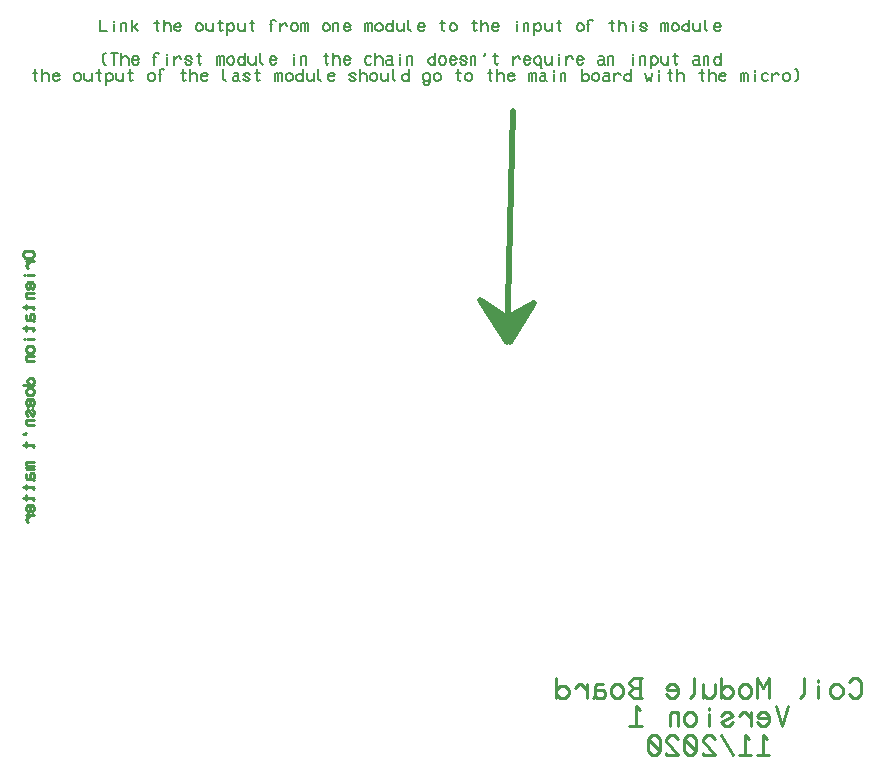
<source format=gbo>
G04 Generated by Ultiboard 12.0 *
%FSLAX25Y25*%
%MOIN*%

%ADD10C,0.00001*%
%ADD11C,0.01057*%
%ADD12C,0.01000*%
%ADD13C,0.00612*%
%ADD14C,0.02000*%


G04 ColorRGB FF14FF for the following layer *
%LNSilkscreen Bottom*%
%LPD*%
G54D10*
G54D11*
X332750Y34885D02*
X334102Y33526D01*
X335455Y33526D01*
X336808Y34885D01*
X336808Y38962D01*
X335455Y40321D01*
X334102Y40321D01*
X332750Y38962D01*
X330721Y34885D02*
X329368Y33526D01*
X328015Y33526D01*
X326662Y34885D01*
X326662Y36924D01*
X328015Y38282D01*
X329368Y38282D01*
X330721Y36924D01*
X330721Y34885D01*
X322604Y33526D02*
X322604Y37603D01*
X322604Y38962D02*
X322604Y39641D01*
X317870Y40321D02*
X317870Y34885D01*
X316517Y33526D01*
X306371Y33526D02*
X306371Y40321D01*
X304342Y36924D01*
X302313Y40321D01*
X302313Y33526D01*
X300284Y34885D02*
X298931Y33526D01*
X297579Y33526D01*
X296226Y34885D01*
X296226Y36924D01*
X297579Y38282D01*
X298931Y38282D01*
X300284Y36924D01*
X300284Y34885D01*
X290139Y34885D02*
X291491Y33526D01*
X292844Y33526D01*
X294197Y34885D01*
X294197Y36244D01*
X292844Y37603D01*
X291491Y37603D01*
X290139Y36244D01*
X290139Y40321D02*
X290139Y33526D01*
X288109Y38282D02*
X288109Y34885D01*
X286757Y33526D01*
X285404Y33526D01*
X284051Y34885D01*
X284051Y38282D01*
X284051Y34885D02*
X284051Y33526D01*
X281346Y40321D02*
X281346Y34885D01*
X279993Y33526D01*
X271877Y34885D02*
X273229Y33526D01*
X274582Y33526D01*
X275935Y34885D01*
X275935Y36924D01*
X274582Y38282D01*
X273229Y38282D01*
X271877Y36924D01*
X272553Y36244D01*
X275935Y36244D01*
X263760Y33526D02*
X261055Y33526D01*
X259702Y34885D01*
X259702Y35565D01*
X261055Y36924D01*
X259702Y38282D01*
X259702Y38962D01*
X261055Y40321D01*
X263084Y40321D01*
X263760Y40321D01*
X263084Y36924D02*
X261055Y36924D01*
X263084Y40321D02*
X263084Y33526D01*
X257673Y34885D02*
X256320Y33526D01*
X254967Y33526D01*
X253615Y34885D01*
X253615Y36924D01*
X254967Y38282D01*
X256320Y38282D01*
X257673Y36924D01*
X257673Y34885D01*
X250909Y38282D02*
X248880Y38282D01*
X248204Y37603D01*
X248204Y34206D01*
X248880Y33526D01*
X250909Y33526D01*
X251586Y34206D01*
X251586Y35565D01*
X250909Y36244D01*
X248204Y36244D01*
X248204Y34206D02*
X247527Y33526D01*
X245498Y36244D02*
X243469Y38282D01*
X242793Y38282D01*
X241440Y36924D01*
X245498Y33526D02*
X245498Y38282D01*
X235353Y34885D02*
X236705Y33526D01*
X238058Y33526D01*
X239411Y34885D01*
X239411Y36244D01*
X238058Y37603D01*
X236705Y37603D01*
X235353Y36244D01*
X235353Y40321D02*
X235353Y33526D01*
X312459Y30809D02*
X310430Y24015D01*
X308400Y30809D01*
X302313Y25373D02*
X303666Y24015D01*
X305019Y24015D01*
X306371Y25373D01*
X306371Y27412D01*
X305019Y28771D01*
X303666Y28771D01*
X302313Y27412D01*
X302989Y26732D01*
X306371Y26732D01*
X300284Y26732D02*
X298255Y28771D01*
X297579Y28771D01*
X296226Y27412D01*
X300284Y24015D02*
X300284Y28771D01*
X294197Y25373D02*
X292844Y24015D01*
X291491Y24015D01*
X290139Y25373D01*
X294197Y27412D01*
X292844Y28771D01*
X291491Y28771D01*
X290139Y27412D01*
X286080Y24015D02*
X286080Y28091D01*
X286080Y29450D02*
X286080Y30129D01*
X282022Y25373D02*
X280669Y24015D01*
X279317Y24015D01*
X277964Y25373D01*
X277964Y27412D01*
X279317Y28771D01*
X280669Y28771D01*
X282022Y27412D01*
X282022Y25373D01*
X275935Y24015D02*
X275935Y28091D01*
X275935Y28771D01*
X275935Y28091D02*
X275258Y28771D01*
X273906Y28771D01*
X273229Y28091D01*
X273229Y24015D01*
X263084Y29450D02*
X261731Y30809D01*
X261731Y24015D01*
X263760Y24015D02*
X259702Y24015D01*
X305695Y19938D02*
X304342Y21297D01*
X304342Y14503D01*
X306371Y14503D02*
X302313Y14503D01*
X299608Y19938D02*
X298255Y21297D01*
X298255Y14503D01*
X300284Y14503D02*
X296226Y14503D01*
X290139Y21297D02*
X294197Y14503D01*
X288109Y19938D02*
X286757Y21297D01*
X285404Y21297D01*
X284051Y19938D01*
X284051Y19259D01*
X288109Y14503D01*
X284051Y14503D01*
X284051Y15182D01*
X282022Y19938D02*
X280669Y21297D01*
X279317Y21297D01*
X277964Y19938D01*
X277964Y15862D01*
X279317Y14503D01*
X280669Y14503D01*
X282022Y15862D01*
X282022Y19938D01*
X277964Y19938D02*
X282022Y15862D01*
X275935Y19938D02*
X274582Y21297D01*
X273229Y21297D01*
X271877Y19938D01*
X271877Y19259D01*
X275935Y14503D01*
X271877Y14503D01*
X271877Y15182D01*
X269847Y19938D02*
X268495Y21297D01*
X267142Y21297D01*
X265789Y19938D01*
X265789Y15862D01*
X267142Y14503D01*
X268495Y14503D01*
X269847Y15862D01*
X269847Y19938D01*
X265789Y19938D02*
X269847Y15862D01*
G54D12*
X60543Y182608D02*
X61331Y181824D01*
X61331Y181040D01*
X60543Y180256D01*
X58181Y180256D01*
X57394Y181040D01*
X57394Y181824D01*
X58181Y182608D01*
X60543Y182608D01*
X59756Y179080D02*
X58575Y177905D01*
X58575Y177513D01*
X59362Y176729D01*
X61331Y179080D02*
X58575Y179080D01*
X61331Y174377D02*
X58969Y174377D01*
X58181Y174377D02*
X57787Y174377D01*
X60543Y169674D02*
X61331Y170458D01*
X61331Y171241D01*
X60543Y172025D01*
X59362Y172025D01*
X58575Y171241D01*
X58575Y170458D01*
X59362Y169674D01*
X59756Y170066D01*
X59756Y172025D01*
X61331Y168498D02*
X58969Y168498D01*
X58575Y168498D01*
X58969Y168498D02*
X58575Y168106D01*
X58575Y167322D01*
X58969Y166930D01*
X61331Y166930D01*
X60937Y163011D02*
X61331Y163402D01*
X60937Y163794D01*
X57394Y163794D01*
X58575Y164578D02*
X58575Y163011D01*
X58575Y161051D02*
X58575Y159875D01*
X58969Y159483D01*
X60937Y159483D01*
X61331Y159875D01*
X61331Y161051D01*
X60937Y161443D01*
X60150Y161443D01*
X59756Y161051D01*
X59756Y159483D01*
X60937Y159483D02*
X61331Y159091D01*
X60937Y155955D02*
X61331Y156347D01*
X60937Y156739D01*
X57394Y156739D01*
X58575Y157523D02*
X58575Y155955D01*
X61331Y153212D02*
X58969Y153212D01*
X58181Y153212D02*
X57787Y153212D01*
X60543Y150860D02*
X61331Y150076D01*
X61331Y149292D01*
X60543Y148508D01*
X59362Y148508D01*
X58575Y149292D01*
X58575Y150076D01*
X59362Y150860D01*
X60543Y150860D01*
X61331Y147332D02*
X58969Y147332D01*
X58575Y147332D01*
X58969Y147332D02*
X58575Y146941D01*
X58575Y146157D01*
X58969Y145765D01*
X61331Y145765D01*
X60543Y137926D02*
X61331Y138710D01*
X61331Y139493D01*
X60543Y140277D01*
X59756Y140277D01*
X58969Y139493D01*
X58969Y138710D01*
X59756Y137926D01*
X57394Y137926D02*
X61331Y137926D01*
X60543Y136750D02*
X61331Y135966D01*
X61331Y135182D01*
X60543Y134398D01*
X59362Y134398D01*
X58575Y135182D01*
X58575Y135966D01*
X59362Y136750D01*
X60543Y136750D01*
X60543Y130871D02*
X61331Y131654D01*
X61331Y132438D01*
X60543Y133222D01*
X59362Y133222D01*
X58575Y132438D01*
X58575Y131654D01*
X59362Y130871D01*
X59756Y131262D01*
X59756Y133222D01*
X60543Y129695D02*
X61331Y128911D01*
X61331Y128127D01*
X60543Y127343D01*
X59362Y129695D01*
X58575Y128911D01*
X58575Y128127D01*
X59362Y127343D01*
X61331Y126167D02*
X58969Y126167D01*
X58575Y126167D01*
X58969Y126167D02*
X58575Y125775D01*
X58575Y124991D01*
X58969Y124599D01*
X61331Y124599D01*
X58575Y121856D02*
X58181Y121464D01*
X57394Y121464D01*
X60937Y117152D02*
X61331Y117544D01*
X60937Y117936D01*
X57394Y117936D01*
X58575Y118720D02*
X58575Y117152D01*
X61331Y112057D02*
X58969Y112057D01*
X58575Y112057D01*
X58969Y112057D02*
X58575Y111665D01*
X58575Y111273D01*
X58969Y110881D01*
X58575Y110489D01*
X58575Y110097D01*
X58969Y109705D01*
X61331Y109705D01*
X58969Y110881D02*
X61331Y110881D01*
X58575Y108137D02*
X58575Y106962D01*
X58969Y106570D01*
X60937Y106570D01*
X61331Y106962D01*
X61331Y108137D01*
X60937Y108529D01*
X60150Y108529D01*
X59756Y108137D01*
X59756Y106570D01*
X60937Y106570D02*
X61331Y106178D01*
X60937Y103042D02*
X61331Y103434D01*
X60937Y103826D01*
X57394Y103826D01*
X58575Y104610D02*
X58575Y103042D01*
X60937Y99514D02*
X61331Y99906D01*
X60937Y100298D01*
X57394Y100298D01*
X58575Y101082D02*
X58575Y99514D01*
X60543Y95595D02*
X61331Y96379D01*
X61331Y97163D01*
X60543Y97947D01*
X59362Y97947D01*
X58575Y97163D01*
X58575Y96379D01*
X59362Y95595D01*
X59756Y95987D01*
X59756Y97947D01*
X59756Y94419D02*
X58575Y93243D01*
X58575Y92851D01*
X59362Y92067D01*
X61331Y94419D02*
X58575Y94419D01*
G54D13*
X83321Y259606D02*
X83321Y255669D01*
X85673Y255669D01*
X88024Y255669D02*
X88024Y258031D01*
X88024Y258819D02*
X88024Y259213D01*
X90376Y255669D02*
X90376Y258031D01*
X90376Y258425D01*
X90376Y258031D02*
X90768Y258425D01*
X91552Y258425D01*
X91944Y258031D01*
X91944Y255669D01*
X93904Y257244D02*
X94688Y257244D01*
X95864Y258425D01*
X94688Y257244D02*
X95864Y255669D01*
X93904Y255669D02*
X93904Y259606D01*
X102919Y256063D02*
X102527Y255669D01*
X102135Y256063D01*
X102135Y259606D01*
X101351Y258425D02*
X102919Y258425D01*
X104486Y257638D02*
X105270Y258425D01*
X106054Y258425D01*
X106838Y257638D01*
X106838Y255669D01*
X104486Y259606D02*
X104486Y255669D01*
X110366Y256457D02*
X109582Y255669D01*
X108798Y255669D01*
X108014Y256457D01*
X108014Y257638D01*
X108798Y258425D01*
X109582Y258425D01*
X110366Y257638D01*
X109974Y257244D01*
X108014Y257244D01*
X115069Y256457D02*
X115853Y255669D01*
X116637Y255669D01*
X117421Y256457D01*
X117421Y257638D01*
X116637Y258425D01*
X115853Y258425D01*
X115069Y257638D01*
X115069Y256457D01*
X118597Y258425D02*
X118597Y256457D01*
X119381Y255669D01*
X120164Y255669D01*
X120948Y256457D01*
X120948Y258425D01*
X120948Y256457D02*
X120948Y255669D01*
X124084Y256063D02*
X123692Y255669D01*
X123300Y256063D01*
X123300Y259606D01*
X122516Y258425D02*
X124084Y258425D01*
X125652Y256457D02*
X126436Y255669D01*
X127220Y255669D01*
X128003Y256457D01*
X128003Y257638D01*
X127220Y258425D01*
X126436Y258425D01*
X125652Y257638D01*
X125652Y254488D02*
X125652Y258425D01*
X129179Y258425D02*
X129179Y256457D01*
X129963Y255669D01*
X130747Y255669D01*
X131531Y256457D01*
X131531Y258425D01*
X131531Y256457D02*
X131531Y255669D01*
X134667Y256063D02*
X134275Y255669D01*
X133883Y256063D01*
X133883Y259606D01*
X133099Y258425D02*
X134667Y258425D01*
X140154Y255669D02*
X140154Y259213D01*
X140546Y259606D01*
X141330Y259606D01*
X141722Y259213D01*
X139762Y258031D02*
X140546Y258031D01*
X143290Y257244D02*
X144465Y258425D01*
X144857Y258425D01*
X145641Y257638D01*
X143290Y255669D02*
X143290Y258425D01*
X146817Y256457D02*
X147601Y255669D01*
X148385Y255669D01*
X149169Y256457D01*
X149169Y257638D01*
X148385Y258425D01*
X147601Y258425D01*
X146817Y257638D01*
X146817Y256457D01*
X150345Y255669D02*
X150345Y258031D01*
X150345Y258425D01*
X150345Y258031D02*
X150737Y258425D01*
X151129Y258425D01*
X151521Y258031D01*
X151913Y258425D01*
X152304Y258425D01*
X152696Y258031D01*
X152696Y255669D01*
X151521Y258031D02*
X151521Y255669D01*
X157400Y256457D02*
X158184Y255669D01*
X158968Y255669D01*
X159752Y256457D01*
X159752Y257638D01*
X158968Y258425D01*
X158184Y258425D01*
X157400Y257638D01*
X157400Y256457D01*
X160927Y255669D02*
X160927Y258031D01*
X160927Y258425D01*
X160927Y258031D02*
X161319Y258425D01*
X162103Y258425D01*
X162495Y258031D01*
X162495Y255669D01*
X166807Y256457D02*
X166023Y255669D01*
X165239Y255669D01*
X164455Y256457D01*
X164455Y257638D01*
X165239Y258425D01*
X166023Y258425D01*
X166807Y257638D01*
X166415Y257244D01*
X164455Y257244D01*
X171510Y255669D02*
X171510Y258031D01*
X171510Y258425D01*
X171510Y258031D02*
X171902Y258425D01*
X172294Y258425D01*
X172686Y258031D01*
X173078Y258425D01*
X173470Y258425D01*
X173862Y258031D01*
X173862Y255669D01*
X172686Y258031D02*
X172686Y255669D01*
X175038Y256457D02*
X175822Y255669D01*
X176605Y255669D01*
X177389Y256457D01*
X177389Y257638D01*
X176605Y258425D01*
X175822Y258425D01*
X175038Y257638D01*
X175038Y256457D01*
X180917Y256457D02*
X180133Y255669D01*
X179349Y255669D01*
X178565Y256457D01*
X178565Y257244D01*
X179349Y258031D01*
X180133Y258031D01*
X180917Y257244D01*
X180917Y259606D02*
X180917Y255669D01*
X182093Y258425D02*
X182093Y256457D01*
X182877Y255669D01*
X183661Y255669D01*
X184444Y256457D01*
X184444Y258425D01*
X184444Y256457D02*
X184444Y255669D01*
X186012Y259606D02*
X186012Y256457D01*
X186796Y255669D01*
X191500Y256457D02*
X190716Y255669D01*
X189932Y255669D01*
X189148Y256457D01*
X189148Y257638D01*
X189932Y258425D01*
X190716Y258425D01*
X191500Y257638D01*
X191108Y257244D01*
X189148Y257244D01*
X198163Y256063D02*
X197771Y255669D01*
X197379Y256063D01*
X197379Y259606D01*
X196595Y258425D02*
X198163Y258425D01*
X199731Y256457D02*
X200514Y255669D01*
X201298Y255669D01*
X202082Y256457D01*
X202082Y257638D01*
X201298Y258425D01*
X200514Y258425D01*
X199731Y257638D01*
X199731Y256457D01*
X208745Y256063D02*
X208353Y255669D01*
X207962Y256063D01*
X207962Y259606D01*
X207178Y258425D02*
X208745Y258425D01*
X210313Y257638D02*
X211097Y258425D01*
X211881Y258425D01*
X212665Y257638D01*
X212665Y255669D01*
X210313Y259606D02*
X210313Y255669D01*
X216192Y256457D02*
X215409Y255669D01*
X214625Y255669D01*
X213841Y256457D01*
X213841Y257638D01*
X214625Y258425D01*
X215409Y258425D01*
X216192Y257638D01*
X215801Y257244D01*
X213841Y257244D01*
X222072Y255669D02*
X222072Y258031D01*
X222072Y258819D02*
X222072Y259213D01*
X224423Y255669D02*
X224423Y258031D01*
X224423Y258425D01*
X224423Y258031D02*
X224815Y258425D01*
X225599Y258425D01*
X225991Y258031D01*
X225991Y255669D01*
X227951Y256457D02*
X228735Y255669D01*
X229519Y255669D01*
X230303Y256457D01*
X230303Y257638D01*
X229519Y258425D01*
X228735Y258425D01*
X227951Y257638D01*
X227951Y254488D02*
X227951Y258425D01*
X231479Y258425D02*
X231479Y256457D01*
X232262Y255669D01*
X233046Y255669D01*
X233830Y256457D01*
X233830Y258425D01*
X233830Y256457D02*
X233830Y255669D01*
X236966Y256063D02*
X236574Y255669D01*
X236182Y256063D01*
X236182Y259606D01*
X235398Y258425D02*
X236966Y258425D01*
X242061Y256457D02*
X242845Y255669D01*
X243629Y255669D01*
X244413Y256457D01*
X244413Y257638D01*
X243629Y258425D01*
X242845Y258425D01*
X242061Y257638D01*
X242061Y256457D01*
X245981Y255669D02*
X245981Y259213D01*
X246373Y259606D01*
X247157Y259606D01*
X247549Y259213D01*
X245589Y258031D02*
X246373Y258031D01*
X254604Y256063D02*
X254212Y255669D01*
X253820Y256063D01*
X253820Y259606D01*
X253036Y258425D02*
X254604Y258425D01*
X256171Y257638D02*
X256955Y258425D01*
X257739Y258425D01*
X258523Y257638D01*
X258523Y255669D01*
X256171Y259606D02*
X256171Y255669D01*
X260875Y255669D02*
X260875Y258031D01*
X260875Y258819D02*
X260875Y259213D01*
X263227Y256457D02*
X264010Y255669D01*
X264794Y255669D01*
X265578Y256457D01*
X263227Y257638D01*
X264010Y258425D01*
X264794Y258425D01*
X265578Y257638D01*
X270282Y255669D02*
X270282Y258031D01*
X270282Y258425D01*
X270282Y258031D02*
X270674Y258425D01*
X271066Y258425D01*
X271458Y258031D01*
X271850Y258425D01*
X272241Y258425D01*
X272633Y258031D01*
X272633Y255669D01*
X271458Y258031D02*
X271458Y255669D01*
X273809Y256457D02*
X274593Y255669D01*
X275377Y255669D01*
X276161Y256457D01*
X276161Y257638D01*
X275377Y258425D01*
X274593Y258425D01*
X273809Y257638D01*
X273809Y256457D01*
X279689Y256457D02*
X278905Y255669D01*
X278121Y255669D01*
X277337Y256457D01*
X277337Y257244D01*
X278121Y258031D01*
X278905Y258031D01*
X279689Y257244D01*
X279689Y259606D02*
X279689Y255669D01*
X280864Y258425D02*
X280864Y256457D01*
X281648Y255669D01*
X282432Y255669D01*
X283216Y256457D01*
X283216Y258425D01*
X283216Y256457D02*
X283216Y255669D01*
X284784Y259606D02*
X284784Y256457D01*
X285568Y255669D01*
X290271Y256457D02*
X289487Y255669D01*
X288703Y255669D01*
X287920Y256457D01*
X287920Y257638D01*
X288703Y258425D01*
X289487Y258425D01*
X290271Y257638D01*
X289879Y257244D01*
X287920Y257244D01*
X85281Y244646D02*
X84889Y244646D01*
X84105Y245433D01*
X84105Y247795D01*
X84889Y248583D01*
X85281Y248583D01*
X88024Y244646D02*
X88024Y248583D01*
X86849Y248583D02*
X89200Y248583D01*
X90376Y246614D02*
X91160Y247402D01*
X91944Y247402D01*
X92728Y246614D01*
X92728Y244646D01*
X90376Y248583D02*
X90376Y244646D01*
X96255Y245433D02*
X95472Y244646D01*
X94688Y244646D01*
X93904Y245433D01*
X93904Y246614D01*
X94688Y247402D01*
X95472Y247402D01*
X96255Y246614D01*
X95864Y246220D01*
X93904Y246220D01*
X101351Y244646D02*
X101351Y248189D01*
X101743Y248583D01*
X102527Y248583D01*
X102919Y248189D01*
X100959Y247008D02*
X101743Y247008D01*
X105662Y244646D02*
X105662Y247008D01*
X105662Y247795D02*
X105662Y248189D01*
X108014Y246220D02*
X109190Y247402D01*
X109582Y247402D01*
X110366Y246614D01*
X108014Y244646D02*
X108014Y247402D01*
X111542Y245433D02*
X112325Y244646D01*
X113109Y244646D01*
X113893Y245433D01*
X111542Y246614D01*
X112325Y247402D01*
X113109Y247402D01*
X113893Y246614D01*
X117029Y245039D02*
X116637Y244646D01*
X116245Y245039D01*
X116245Y248583D01*
X115461Y247402D02*
X117029Y247402D01*
X122124Y244646D02*
X122124Y247008D01*
X122124Y247402D01*
X122124Y247008D02*
X122516Y247402D01*
X122908Y247402D01*
X123300Y247008D01*
X123692Y247402D01*
X124084Y247402D01*
X124476Y247008D01*
X124476Y244646D01*
X123300Y247008D02*
X123300Y244646D01*
X125652Y245433D02*
X126436Y244646D01*
X127220Y244646D01*
X128003Y245433D01*
X128003Y246614D01*
X127220Y247402D01*
X126436Y247402D01*
X125652Y246614D01*
X125652Y245433D01*
X131531Y245433D02*
X130747Y244646D01*
X129963Y244646D01*
X129179Y245433D01*
X129179Y246220D01*
X129963Y247008D01*
X130747Y247008D01*
X131531Y246220D01*
X131531Y248583D02*
X131531Y244646D01*
X132707Y247402D02*
X132707Y245433D01*
X133491Y244646D01*
X134275Y244646D01*
X135059Y245433D01*
X135059Y247402D01*
X135059Y245433D02*
X135059Y244646D01*
X136626Y248583D02*
X136626Y245433D01*
X137410Y244646D01*
X142114Y245433D02*
X141330Y244646D01*
X140546Y244646D01*
X139762Y245433D01*
X139762Y246614D01*
X140546Y247402D01*
X141330Y247402D01*
X142114Y246614D01*
X141722Y246220D01*
X139762Y246220D01*
X147993Y244646D02*
X147993Y247008D01*
X147993Y247795D02*
X147993Y248189D01*
X150345Y244646D02*
X150345Y247008D01*
X150345Y247402D01*
X150345Y247008D02*
X150737Y247402D01*
X151521Y247402D01*
X151913Y247008D01*
X151913Y244646D01*
X159360Y245039D02*
X158968Y244646D01*
X158576Y245039D01*
X158576Y248583D01*
X157792Y247402D02*
X159360Y247402D01*
X160927Y246614D02*
X161711Y247402D01*
X162495Y247402D01*
X163279Y246614D01*
X163279Y244646D01*
X160927Y248583D02*
X160927Y244646D01*
X166807Y245433D02*
X166023Y244646D01*
X165239Y244646D01*
X164455Y245433D01*
X164455Y246614D01*
X165239Y247402D01*
X166023Y247402D01*
X166807Y246614D01*
X166415Y246220D01*
X164455Y246220D01*
X173470Y245039D02*
X173078Y244646D01*
X172294Y244646D01*
X171510Y245433D01*
X171510Y246614D01*
X172294Y247402D01*
X173078Y247402D01*
X173470Y247008D01*
X175038Y246614D02*
X175822Y247402D01*
X176605Y247402D01*
X177389Y246614D01*
X177389Y244646D01*
X175038Y248583D02*
X175038Y244646D01*
X178957Y247402D02*
X180133Y247402D01*
X180525Y247008D01*
X180525Y245039D01*
X180133Y244646D01*
X178957Y244646D01*
X178565Y245039D01*
X178565Y245827D01*
X178957Y246220D01*
X180525Y246220D01*
X180525Y245039D02*
X180917Y244646D01*
X183269Y244646D02*
X183269Y247008D01*
X183269Y247795D02*
X183269Y248189D01*
X185620Y244646D02*
X185620Y247008D01*
X185620Y247402D01*
X185620Y247008D02*
X186012Y247402D01*
X186796Y247402D01*
X187188Y247008D01*
X187188Y244646D01*
X195027Y245433D02*
X194243Y244646D01*
X193459Y244646D01*
X192675Y245433D01*
X192675Y246220D01*
X193459Y247008D01*
X194243Y247008D01*
X195027Y246220D01*
X195027Y248583D02*
X195027Y244646D01*
X196203Y245433D02*
X196987Y244646D01*
X197771Y244646D01*
X198555Y245433D01*
X198555Y246614D01*
X197771Y247402D01*
X196987Y247402D01*
X196203Y246614D01*
X196203Y245433D01*
X202082Y245433D02*
X201298Y244646D01*
X200514Y244646D01*
X199731Y245433D01*
X199731Y246614D01*
X200514Y247402D01*
X201298Y247402D01*
X202082Y246614D01*
X201690Y246220D01*
X199731Y246220D01*
X203258Y245433D02*
X204042Y244646D01*
X204826Y244646D01*
X205610Y245433D01*
X203258Y246614D01*
X204042Y247402D01*
X204826Y247402D01*
X205610Y246614D01*
X206786Y244646D02*
X206786Y247008D01*
X206786Y247402D01*
X206786Y247008D02*
X207178Y247402D01*
X207962Y247402D01*
X208353Y247008D01*
X208353Y244646D01*
X211097Y247402D02*
X211489Y247795D01*
X211489Y248583D01*
X215801Y245039D02*
X215409Y244646D01*
X215017Y245039D01*
X215017Y248583D01*
X214233Y247402D02*
X215801Y247402D01*
X220896Y246220D02*
X222072Y247402D01*
X222464Y247402D01*
X223248Y246614D01*
X220896Y244646D02*
X220896Y247402D01*
X226775Y245433D02*
X225991Y244646D01*
X225207Y244646D01*
X224423Y245433D01*
X224423Y246614D01*
X225207Y247402D01*
X225991Y247402D01*
X226775Y246614D01*
X226383Y246220D01*
X224423Y246220D01*
X230303Y245433D02*
X229519Y244646D01*
X228735Y244646D01*
X227951Y245433D01*
X227951Y246614D01*
X228735Y247402D01*
X229519Y247402D01*
X230303Y246614D01*
X230303Y245433D01*
X230303Y243465D01*
X230695Y243465D01*
X231479Y247402D02*
X231479Y245433D01*
X232262Y244646D01*
X233046Y244646D01*
X233830Y245433D01*
X233830Y247402D01*
X233830Y245433D02*
X233830Y244646D01*
X236182Y244646D02*
X236182Y247008D01*
X236182Y247795D02*
X236182Y248189D01*
X238534Y246220D02*
X239710Y247402D01*
X240101Y247402D01*
X240885Y246614D01*
X238534Y244646D02*
X238534Y247402D01*
X244413Y245433D02*
X243629Y244646D01*
X242845Y244646D01*
X242061Y245433D01*
X242061Y246614D01*
X242845Y247402D01*
X243629Y247402D01*
X244413Y246614D01*
X244021Y246220D01*
X242061Y246220D01*
X249508Y247402D02*
X250684Y247402D01*
X251076Y247008D01*
X251076Y245039D01*
X250684Y244646D01*
X249508Y244646D01*
X249116Y245039D01*
X249116Y245827D01*
X249508Y246220D01*
X251076Y246220D01*
X251076Y245039D02*
X251468Y244646D01*
X252644Y244646D02*
X252644Y247008D01*
X252644Y247402D01*
X252644Y247008D02*
X253036Y247402D01*
X253820Y247402D01*
X254212Y247008D01*
X254212Y244646D01*
X260875Y244646D02*
X260875Y247008D01*
X260875Y247795D02*
X260875Y248189D01*
X263227Y244646D02*
X263227Y247008D01*
X263227Y247402D01*
X263227Y247008D02*
X263619Y247402D01*
X264402Y247402D01*
X264794Y247008D01*
X264794Y244646D01*
X266754Y245433D02*
X267538Y244646D01*
X268322Y244646D01*
X269106Y245433D01*
X269106Y246614D01*
X268322Y247402D01*
X267538Y247402D01*
X266754Y246614D01*
X266754Y243465D02*
X266754Y247402D01*
X270282Y247402D02*
X270282Y245433D01*
X271066Y244646D01*
X271850Y244646D01*
X272633Y245433D01*
X272633Y247402D01*
X272633Y245433D02*
X272633Y244646D01*
X275769Y245039D02*
X275377Y244646D01*
X274985Y245039D01*
X274985Y248583D01*
X274201Y247402D02*
X275769Y247402D01*
X281256Y247402D02*
X282432Y247402D01*
X282824Y247008D01*
X282824Y245039D01*
X282432Y244646D01*
X281256Y244646D01*
X280864Y245039D01*
X280864Y245827D01*
X281256Y246220D01*
X282824Y246220D01*
X282824Y245039D02*
X283216Y244646D01*
X284392Y244646D02*
X284392Y247008D01*
X284392Y247402D01*
X284392Y247008D02*
X284784Y247402D01*
X285568Y247402D01*
X285960Y247008D01*
X285960Y244646D01*
X290271Y245433D02*
X289487Y244646D01*
X288703Y244646D01*
X287920Y245433D01*
X287920Y246220D01*
X288703Y247008D01*
X289487Y247008D01*
X290271Y246220D01*
X290271Y248583D02*
X290271Y244646D01*
X62352Y239528D02*
X61960Y239134D01*
X61568Y239528D01*
X61568Y243071D01*
X60784Y241890D02*
X62352Y241890D01*
X63920Y241102D02*
X64703Y241890D01*
X65487Y241890D01*
X66271Y241102D01*
X66271Y239134D01*
X63920Y243071D02*
X63920Y239134D01*
X69799Y239921D02*
X69015Y239134D01*
X68231Y239134D01*
X67447Y239921D01*
X67447Y241102D01*
X68231Y241890D01*
X69015Y241890D01*
X69799Y241102D01*
X69407Y240709D01*
X67447Y240709D01*
X74502Y239921D02*
X75286Y239134D01*
X76070Y239134D01*
X76854Y239921D01*
X76854Y241102D01*
X76070Y241890D01*
X75286Y241890D01*
X74502Y241102D01*
X74502Y239921D01*
X78030Y241890D02*
X78030Y239921D01*
X78814Y239134D01*
X79598Y239134D01*
X80381Y239921D01*
X80381Y241890D01*
X80381Y239921D02*
X80381Y239134D01*
X83517Y239528D02*
X83125Y239134D01*
X82733Y239528D01*
X82733Y243071D01*
X81949Y241890D02*
X83517Y241890D01*
X85085Y239921D02*
X85869Y239134D01*
X86653Y239134D01*
X87437Y239921D01*
X87437Y241102D01*
X86653Y241890D01*
X85869Y241890D01*
X85085Y241102D01*
X85085Y237953D02*
X85085Y241890D01*
X88612Y241890D02*
X88612Y239921D01*
X89396Y239134D01*
X90180Y239134D01*
X90964Y239921D01*
X90964Y241890D01*
X90964Y239921D02*
X90964Y239134D01*
X94100Y239528D02*
X93708Y239134D01*
X93316Y239528D01*
X93316Y243071D01*
X92532Y241890D02*
X94100Y241890D01*
X99195Y239921D02*
X99979Y239134D01*
X100763Y239134D01*
X101547Y239921D01*
X101547Y241102D01*
X100763Y241890D01*
X99979Y241890D01*
X99195Y241102D01*
X99195Y239921D01*
X103115Y239134D02*
X103115Y242677D01*
X103507Y243071D01*
X104290Y243071D01*
X104682Y242677D01*
X102723Y241496D02*
X103507Y241496D01*
X111738Y239528D02*
X111346Y239134D01*
X110954Y239528D01*
X110954Y243071D01*
X110170Y241890D02*
X111738Y241890D01*
X113305Y241102D02*
X114089Y241890D01*
X114873Y241890D01*
X115657Y241102D01*
X115657Y239134D01*
X113305Y243071D02*
X113305Y239134D01*
X119185Y239921D02*
X118401Y239134D01*
X117617Y239134D01*
X116833Y239921D01*
X116833Y241102D01*
X117617Y241890D01*
X118401Y241890D01*
X119185Y241102D01*
X118793Y240709D01*
X116833Y240709D01*
X124280Y243071D02*
X124280Y239921D01*
X125064Y239134D01*
X127808Y241890D02*
X128983Y241890D01*
X129375Y241496D01*
X129375Y239528D01*
X128983Y239134D01*
X127808Y239134D01*
X127416Y239528D01*
X127416Y240315D01*
X127808Y240709D01*
X129375Y240709D01*
X129375Y239528D02*
X129767Y239134D01*
X130943Y239921D02*
X131727Y239134D01*
X132511Y239134D01*
X133295Y239921D01*
X130943Y241102D01*
X131727Y241890D01*
X132511Y241890D01*
X133295Y241102D01*
X136430Y239528D02*
X136038Y239134D01*
X135647Y239528D01*
X135647Y243071D01*
X134863Y241890D02*
X136430Y241890D01*
X141526Y239134D02*
X141526Y241496D01*
X141526Y241890D01*
X141526Y241496D02*
X141918Y241890D01*
X142310Y241890D01*
X142702Y241496D01*
X143094Y241890D01*
X143486Y241890D01*
X143878Y241496D01*
X143878Y239134D01*
X142702Y241496D02*
X142702Y239134D01*
X145053Y239921D02*
X145837Y239134D01*
X146621Y239134D01*
X147405Y239921D01*
X147405Y241102D01*
X146621Y241890D01*
X145837Y241890D01*
X145053Y241102D01*
X145053Y239921D01*
X150933Y239921D02*
X150149Y239134D01*
X149365Y239134D01*
X148581Y239921D01*
X148581Y240709D01*
X149365Y241496D01*
X150149Y241496D01*
X150933Y240709D01*
X150933Y243071D02*
X150933Y239134D01*
X152108Y241890D02*
X152108Y239921D01*
X152892Y239134D01*
X153676Y239134D01*
X154460Y239921D01*
X154460Y241890D01*
X154460Y239921D02*
X154460Y239134D01*
X156028Y243071D02*
X156028Y239921D01*
X156812Y239134D01*
X161515Y239921D02*
X160731Y239134D01*
X159948Y239134D01*
X159164Y239921D01*
X159164Y241102D01*
X159948Y241890D01*
X160731Y241890D01*
X161515Y241102D01*
X161123Y240709D01*
X159164Y240709D01*
X166219Y239921D02*
X167003Y239134D01*
X167787Y239134D01*
X168570Y239921D01*
X166219Y241102D01*
X167003Y241890D01*
X167787Y241890D01*
X168570Y241102D01*
X169746Y241102D02*
X170530Y241890D01*
X171314Y241890D01*
X172098Y241102D01*
X172098Y239134D01*
X169746Y243071D02*
X169746Y239134D01*
X173274Y239921D02*
X174058Y239134D01*
X174842Y239134D01*
X175626Y239921D01*
X175626Y241102D01*
X174842Y241890D01*
X174058Y241890D01*
X173274Y241102D01*
X173274Y239921D01*
X176801Y241890D02*
X176801Y239921D01*
X177585Y239134D01*
X178369Y239134D01*
X179153Y239921D01*
X179153Y241890D01*
X179153Y239921D02*
X179153Y239134D01*
X180721Y243071D02*
X180721Y239921D01*
X181505Y239134D01*
X186208Y239921D02*
X185424Y239134D01*
X184640Y239134D01*
X183857Y239921D01*
X183857Y240709D01*
X184640Y241496D01*
X185424Y241496D01*
X186208Y240709D01*
X186208Y243071D02*
X186208Y239134D01*
X190912Y238740D02*
X191696Y237953D01*
X192479Y237953D01*
X193263Y238740D01*
X193263Y239921D01*
X193263Y241102D01*
X192479Y241890D01*
X191696Y241890D01*
X190912Y241102D01*
X190912Y239921D01*
X191696Y239134D01*
X192479Y239134D01*
X193263Y239921D01*
X194439Y239921D02*
X195223Y239134D01*
X196007Y239134D01*
X196791Y239921D01*
X196791Y241102D01*
X196007Y241890D01*
X195223Y241890D01*
X194439Y241102D01*
X194439Y239921D01*
X203454Y239528D02*
X203062Y239134D01*
X202670Y239528D01*
X202670Y243071D01*
X201886Y241890D02*
X203454Y241890D01*
X205022Y239921D02*
X205806Y239134D01*
X206590Y239134D01*
X207374Y239921D01*
X207374Y241102D01*
X206590Y241890D01*
X205806Y241890D01*
X205022Y241102D01*
X205022Y239921D01*
X214037Y239528D02*
X213645Y239134D01*
X213253Y239528D01*
X213253Y243071D01*
X212469Y241890D02*
X214037Y241890D01*
X215605Y241102D02*
X216388Y241890D01*
X217172Y241890D01*
X217956Y241102D01*
X217956Y239134D01*
X215605Y243071D02*
X215605Y239134D01*
X221484Y239921D02*
X220700Y239134D01*
X219916Y239134D01*
X219132Y239921D01*
X219132Y241102D01*
X219916Y241890D01*
X220700Y241890D01*
X221484Y241102D01*
X221092Y240709D01*
X219132Y240709D01*
X226187Y239134D02*
X226187Y241496D01*
X226187Y241890D01*
X226187Y241496D02*
X226579Y241890D01*
X226971Y241890D01*
X227363Y241496D01*
X227755Y241890D01*
X228147Y241890D01*
X228539Y241496D01*
X228539Y239134D01*
X227363Y241496D02*
X227363Y239134D01*
X230107Y241890D02*
X231283Y241890D01*
X231675Y241496D01*
X231675Y239528D01*
X231283Y239134D01*
X230107Y239134D01*
X229715Y239528D01*
X229715Y240315D01*
X230107Y240709D01*
X231675Y240709D01*
X231675Y239528D02*
X232066Y239134D01*
X234418Y239134D02*
X234418Y241496D01*
X234418Y242283D02*
X234418Y242677D01*
X236770Y239134D02*
X236770Y241496D01*
X236770Y241890D01*
X236770Y241496D02*
X237162Y241890D01*
X237946Y241890D01*
X238338Y241496D01*
X238338Y239134D01*
X243825Y239921D02*
X244609Y239134D01*
X245393Y239134D01*
X246177Y239921D01*
X246177Y240709D01*
X245393Y241496D01*
X244609Y241496D01*
X243825Y240709D01*
X243825Y243071D02*
X243825Y239134D01*
X247353Y239921D02*
X248136Y239134D01*
X248920Y239134D01*
X249704Y239921D01*
X249704Y241102D01*
X248920Y241890D01*
X248136Y241890D01*
X247353Y241102D01*
X247353Y239921D01*
X251272Y241890D02*
X252448Y241890D01*
X252840Y241496D01*
X252840Y239528D01*
X252448Y239134D01*
X251272Y239134D01*
X250880Y239528D01*
X250880Y240315D01*
X251272Y240709D01*
X252840Y240709D01*
X252840Y239528D02*
X253232Y239134D01*
X254408Y240709D02*
X255584Y241890D01*
X255976Y241890D01*
X256759Y241102D01*
X254408Y239134D02*
X254408Y241890D01*
X260287Y239921D02*
X259503Y239134D01*
X258719Y239134D01*
X257935Y239921D01*
X257935Y240709D01*
X258719Y241496D01*
X259503Y241496D01*
X260287Y240709D01*
X260287Y243071D02*
X260287Y239134D01*
X264990Y241890D02*
X265382Y239134D01*
X266166Y240315D01*
X266950Y239134D01*
X267342Y241890D01*
X269694Y239134D02*
X269694Y241496D01*
X269694Y242283D02*
X269694Y242677D01*
X274005Y239528D02*
X273613Y239134D01*
X273221Y239528D01*
X273221Y243071D01*
X272437Y241890D02*
X274005Y241890D01*
X275573Y241102D02*
X276357Y241890D01*
X277141Y241890D01*
X277925Y241102D01*
X277925Y239134D01*
X275573Y243071D02*
X275573Y239134D01*
X284588Y239528D02*
X284196Y239134D01*
X283804Y239528D01*
X283804Y243071D01*
X283020Y241890D02*
X284588Y241890D01*
X286156Y241102D02*
X286940Y241890D01*
X287724Y241890D01*
X288507Y241102D01*
X288507Y239134D01*
X286156Y243071D02*
X286156Y239134D01*
X292035Y239921D02*
X291251Y239134D01*
X290467Y239134D01*
X289683Y239921D01*
X289683Y241102D01*
X290467Y241890D01*
X291251Y241890D01*
X292035Y241102D01*
X291643Y240709D01*
X289683Y240709D01*
X296738Y239134D02*
X296738Y241496D01*
X296738Y241890D01*
X296738Y241496D02*
X297130Y241890D01*
X297522Y241890D01*
X297914Y241496D01*
X298306Y241890D01*
X298698Y241890D01*
X299090Y241496D01*
X299090Y239134D01*
X297914Y241496D02*
X297914Y239134D01*
X301442Y239134D02*
X301442Y241496D01*
X301442Y242283D02*
X301442Y242677D01*
X305753Y239528D02*
X305361Y239134D01*
X304577Y239134D01*
X303794Y239921D01*
X303794Y241102D01*
X304577Y241890D01*
X305361Y241890D01*
X305753Y241496D01*
X307321Y240709D02*
X308497Y241890D01*
X308889Y241890D01*
X309673Y241102D01*
X307321Y239134D02*
X307321Y241890D01*
X310849Y239921D02*
X311633Y239134D01*
X312416Y239134D01*
X313200Y239921D01*
X313200Y241102D01*
X312416Y241890D01*
X311633Y241890D01*
X310849Y241102D01*
X310849Y239921D01*
X314768Y243071D02*
X315160Y243071D01*
X315944Y242283D01*
X315944Y239921D01*
X315160Y239134D01*
X314768Y239134D01*
G54D14*
X221000Y229000D02*
X219000Y152000D01*
X210000Y166000D01*
X219000Y160000D01*
X228000Y165000D01*
X220000Y152000D01*
X213000Y163000D01*
X219000Y158000D01*
X226000Y163000D01*
X219000Y155000D01*
X217000Y160000D01*
X221000Y155000D01*
X219000Y161000D01*

M00*

</source>
